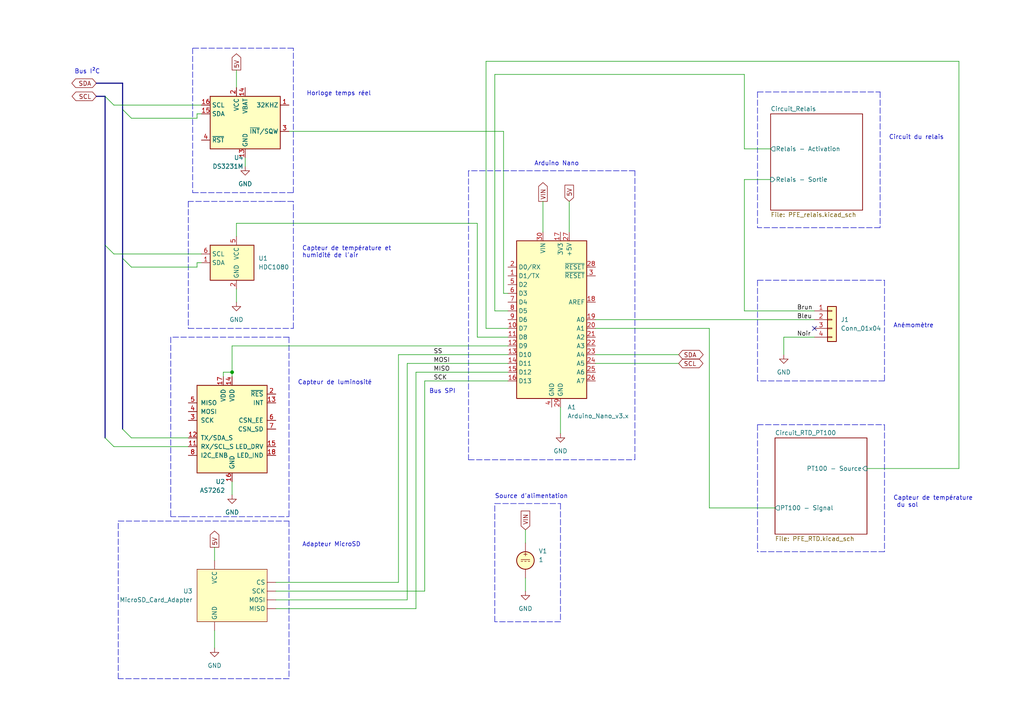
<source format=kicad_sch>
(kicad_sch (version 20211123) (generator eeschema)
  (paper "A4")
  (title_block (title "Station météo - Diagramme de circuit ") (date "2022-04-11") (rev "1.2") (company "ÉTS - PFE HIVER 2022 - ELE795") (comment 1 "NASRI, Mahan") (comment 2 "CASTILLO-GONSALEZ, Eric") (comment 3 "CAUBEL, Olivier") (comment 4 "LAFRAMBOISE, Alexis"))
  (lib_symbols
    (symbol "Connector_Generic:Conn_01x04" (pin_names (offset 1.016) hide)
      (property "Reference" "J" (at 0 5.08 0))
      (property "Value" "Conn_01x04" (at 0 -7.62 0))
      (symbol "Conn_01x04_1_1"
        (rectangle (start -1.27 -4.953) (end 0 -5.207) (stroke (width 0.1524)))
        (rectangle (start -1.27 -2.413) (end 0 -2.667) (stroke (width 0.1524)))
        (rectangle (start -1.27 0.127) (end 0 -0.127) (stroke (width 0.1524)))
        (rectangle (start -1.27 2.667) (end 0 2.413) (stroke (width 0.1524)))
        (rectangle (start -1.27 3.81) (end 1.27 -6.35) (stroke (width 0.254)) (fill (type background)))
        (pin passive line (at -5.08 2.54 0) (length 3.81) (name "Pin_1") (number "1"))
        (pin passive line (at -5.08 0 0) (length 3.81) (name "Pin_2") (number "2"))
        (pin passive line (at -5.08 -2.54 0) (length 3.81) (name "Pin_3") (number "3"))
        (pin passive line (at -5.08 -5.08 0) (length 3.81) (name "Pin_4") (number "4"))
      )
    )
    (symbol "MCU_Module:Arduino_Nano_v3.x"
      (property "Reference" "A" (at -10.16 23.495 0))
      (property "Value" "Arduino_Nano_v3.x" (at 5.08 -24.13 0))
      (symbol "Arduino_Nano_v3.x_0_1"
        (rectangle (start -10.16 22.86) (end 10.16 -22.86) (stroke (width 0.254)) (fill (type background)))
      )
      (symbol "Arduino_Nano_v3.x_1_1"
        (pin bidirectional line (at -12.7 12.7 0) (length 2.54) (name "D1/TX") (number "1"))
        (pin bidirectional line (at -12.7 -2.54 0) (length 2.54) (name "D7") (number "10"))
        (pin bidirectional line (at -12.7 -5.08 0) (length 2.54) (name "D8") (number "11"))
        (pin bidirectional line (at -12.7 -7.62 0) (length 2.54) (name "D9") (number "12"))
        (pin bidirectional line (at -12.7 -10.16 0) (length 2.54) (name "D10") (number "13"))
        (pin bidirectional line (at -12.7 -12.7 0) (length 2.54) (name "D11") (number "14"))
        (pin bidirectional line (at -12.7 -15.24 0) (length 2.54) (name "D12") (number "15"))
        (pin bidirectional line (at -12.7 -17.78 0) (length 2.54) (name "D13") (number "16"))
        (pin power_out line (at 2.54 25.4 270) (length 2.54) (name "3V3") (number "17"))
        (pin input line (at 12.7 5.08 180) (length 2.54) (name "AREF") (number "18"))
        (pin bidirectional line (at 12.7 0 180) (length 2.54) (name "A0") (number "19"))
        (pin bidirectional line (at -12.7 15.24 0) (length 2.54) (name "D0/RX") (number "2"))
        (pin bidirectional line (at 12.7 -2.54 180) (length 2.54) (name "A1") (number "20"))
        (pin bidirectional line (at 12.7 -5.08 180) (length 2.54) (name "A2") (number "21"))
        (pin bidirectional line (at 12.7 -7.62 180) (length 2.54) (name "A3") (number "22"))
        (pin bidirectional line (at 12.7 -10.16 180) (length 2.54) (name "A4") (number "23"))
        (pin bidirectional line (at 12.7 -12.7 180) (length 2.54) (name "A5") (number "24"))
        (pin bidirectional line (at 12.7 -15.24 180) (length 2.54) (name "A6") (number "25"))
        (pin bidirectional line (at 12.7 -17.78 180) (length 2.54) (name "A7") (number "26"))
        (pin power_out line (at 5.08 25.4 270) (length 2.54) (name "+5V") (number "27"))
        (pin input line (at 12.7 15.24 180) (length 2.54) (name "~{RESET}") (number "28"))
        (pin power_in line (at 2.54 -25.4 90) (length 2.54) (name "GND") (number "29"))
        (pin input line (at 12.7 12.7 180) (length 2.54) (name "~{RESET}") (number "3"))
        (pin power_in line (at -2.54 25.4 270) (length 2.54) (name "VIN") (number "30"))
        (pin power_in line (at 0 -25.4 90) (length 2.54) (name "GND") (number "4"))
        (pin bidirectional line (at -12.7 10.16 0) (length 2.54) (name "D2") (number "5"))
        (pin bidirectional line (at -12.7 7.62 0) (length 2.54) (name "D3") (number "6"))
        (pin bidirectional line (at -12.7 5.08 0) (length 2.54) (name "D4") (number "7"))
        (pin bidirectional line (at -12.7 2.54 0) (length 2.54) (name "D5") (number "8"))
        (pin bidirectional line (at -12.7 0 0) (length 2.54) (name "D6") (number "9"))
      )
    )
    (symbol "Sensor_Humidity:HDC1080"
      (property "Reference" "U" (at -6.35 6.35 0))
      (property "Value" "HDC1080" (at 3.81 6.35 0))
      (symbol "HDC1080_0_1"
        (rectangle (start -7.62 5.08) (end 5.08 -5.08) (stroke (width 0.254)) (fill (type background)))
      )
      (symbol "HDC1080_1_1"
        (pin bidirectional line (at 7.62 0 180) (length 2.54) (name "SDA") (number "1"))
        (pin power_in line (at -2.54 -7.62 90) (length 2.54) (name "GND") (number "2"))
        (pin no_connect line (at -7.62 0 0) (length 2.54) hide (name "NC") (number "3"))
        (pin no_connect line (at -7.62 -2.54 0) (length 2.54) hide (name "NC") (number "4"))
        (pin power_in line (at -2.54 7.62 270) (length 2.54) (name "VCC") (number "5"))
        (pin input line (at 7.62 2.54 180) (length 2.54) (name "SCL") (number "6"))
        (pin no_connect line (at -7.62 2.54 0) (length 2.54) hide (name "DAP") (number "7"))
      )
    )
    (symbol "Sensor_Optical:AS7262" (pin_names (offset 1.016))
      (property "Reference" "U" (at -10.16 17.78 0))
      (property "Value" "AS7262" (at -10.16 15.24 0))
      (symbol "AS7262_0_1"
        (rectangle (start -10.16 12.7) (end 10.16 -12.7) (stroke (width 0.254)) (fill (type background)))
      )
      (symbol "AS7262_1_1"
        (pin no_connect line (at 12.7 10.16 180) (length 2.54) hide (name "NF") (number "1"))
        (pin no_connect line (at -12.7 5.08 0) (length 2.54) hide (name "NF") (number "10"))
        (pin input line (at 12.7 -5.08 180) (length 2.54) (name "RX/SCL_S") (number "11"))
        (pin bidirectional line (at 12.7 -2.54 180) (length 2.54) (name "TX/SDA_S") (number "12"))
        (pin input line (at -12.7 7.62 0) (length 2.54) (name "INT") (number "13"))
        (pin power_in line (at 0 15.24 270) (length 2.54) (name "VDD") (number "14"))
        (pin output line (at -12.7 -5.08 0) (length 2.54) (name "LED_DRV") (number "15"))
        (pin power_in line (at 0 -15.24 90) (length 2.54) (name "GND") (number "16"))
        (pin power_in line (at 2.54 15.24 270) (length 2.54) (name "VDD") (number "17"))
        (pin output line (at -12.7 -7.62 0) (length 2.54) (name "LED_IND") (number "18"))
        (pin no_connect line (at -12.7 -2.54 0) (length 2.54) hide (name "NF") (number "19"))
        (pin input line (at -12.7 10.16 0) (length 2.54) (name "~{RES}") (number "2"))
        (pin no_connect line (at -12.7 -10.16 0) (length 2.54) hide (name "NF") (number "20"))
        (pin input line (at 12.7 2.54 180) (length 2.54) (name "SCK") (number "3"))
        (pin bidirectional line (at 12.7 5.08 180) (length 2.54) (name "MOSI") (number "4"))
        (pin bidirectional line (at 12.7 7.62 180) (length 2.54) (name "MISO") (number "5"))
        (pin input line (at -12.7 2.54 0) (length 2.54) (name "CSN_EE") (number "6"))
        (pin input line (at -12.7 0 0) (length 2.54) (name "CSN_SD") (number "7"))
        (pin input line (at 12.7 -7.62 180) (length 2.54) (name "I2C_ENB") (number "8"))
        (pin no_connect line (at 12.7 -10.16 180) (length 2.54) hide (name "NF") (number "9"))
      )
    )
    (symbol "Simulation_SPICE:VDC" (pin_numbers hide) (pin_names (offset 0.0254))
      (property "Reference" "V" (at 2.54 2.54 0))
      (property "Value" "VDC" (at 2.54 0 0))
      (property "Spice_Model" "dc(1)" (at 2.54 -2.54 0))
      (symbol "VDC_0_0"
        (polyline (pts (xy -1.27 0.254) (xy 1.27 0.254)))
        (polyline (pts (xy -0.762 -0.254) (xy -1.27 -0.254)))
        (polyline (pts (xy 0.254 -0.254) (xy -0.254 -0.254)))
        (polyline (pts (xy 1.27 -0.254) (xy 0.762 -0.254)))
        (text "+" (at 0 1.905 0) (effects (font (size 1.27 1.27))))
      )
      (symbol "VDC_0_1"
        (circle (center 0 0) (radius 2.54) (stroke (width 0.254)) (fill (type background)))
      )
      (symbol "VDC_1_1"
        (pin passive line (at 0 5.08 270) (length 2.54) (name "~") (number "1"))
        (pin passive line (at 0 -5.08 90) (length 2.54) (name "~") (number "2"))
      )
    )
    (symbol "Timer_RTC:DS3231M"
      (property "Reference" "U" (at -7.62 8.89 0))
      (property "Value" "DS3231M" (at 10.16 8.89 0))
      (symbol "DS3231M_0_1"
        (rectangle (start -10.16 7.62) (end 10.16 -7.62) (stroke (width 0.254)) (fill (type background)))
      )
      (symbol "DS3231M_1_1"
        (pin open_collector line (at 12.7 5.08 180) (length 2.54) (name "32KHZ") (number "1"))
        (pin passive line (at 0 -10.16 90) (length 2.54) hide (name "GND") (number "10"))
        (pin passive line (at 0 -10.16 90) (length 2.54) hide (name "GND") (number "11"))
        (pin passive line (at 0 -10.16 90) (length 2.54) hide (name "GND") (number "12"))
        (pin power_in line (at 0 -10.16 90) (length 2.54) (name "GND") (number "13"))
        (pin power_in line (at 0 10.16 270) (length 2.54) (name "VBAT") (number "14"))
        (pin bidirectional line (at -12.7 2.54 0) (length 2.54) (name "SDA") (number "15"))
        (pin input line (at -12.7 5.08 0) (length 2.54) (name "SCL") (number "16"))
        (pin power_in line (at -2.54 10.16 270) (length 2.54) (name "VCC") (number "2"))
        (pin open_collector line (at 12.7 -2.54 180) (length 2.54) (name "~{INT}/SQW") (number "3"))
        (pin bidirectional line (at -12.7 -5.08 0) (length 2.54) (name "~{RST}") (number "4"))
        (pin passive line (at 0 -10.16 90) (length 2.54) hide (name "GND") (number "5"))
        (pin passive line (at 0 -10.16 90) (length 2.54) hide (name "GND") (number "6"))
        (pin passive line (at 0 -10.16 90) (length 2.54) hide (name "GND") (number "7"))
        (pin passive line (at 0 -10.16 90) (length 2.54) hide (name "GND") (number "8"))
        (pin passive line (at 0 -10.16 90) (length 2.54) hide (name "GND") (number "9"))
      )
    )
    (symbol "custom_library_eric:MicroSD_Card_Adapter"
      (property "Reference" "U" (at -2.54 11.43 0))
      (property "Value" "MicroSD_Card_Adapter" (at 7.62 8.89 0))
      (symbol "MicroSD_Card_Adapter_0_1"
        (rectangle (start -10.16 7.62) (end 10.16 -7.62) (fill (type background)))
      )
      (symbol "MicroSD_Card_Adapter_1_1"
        (pin input line (at 12.7 3.81 180) (length 2.54) (name "CS") (number ""))
        (pin power_in line (at -5.08 -10.16 90) (length 2.54) (name "GND") (number ""))
        (pin bidirectional line (at 12.7 -3.81 180) (length 2.54) (name "MISO") (number ""))
        (pin bidirectional line (at 12.7 -1.27 180) (length 2.54) (name "MOSI") (number ""))
        (pin input line (at 12.7 1.27 180) (length 2.54) (name "SCK") (number ""))
        (pin power_in line (at -5.08 10.16 270) (length 2.54) (name "VCC") (number ""))
      )
    )
    (symbol "power:GND" (power) (pin_names (offset 0))
      (property "Value" "GND" (at 0 -3.81 0))
      (symbol "GND_0_1"
        (polyline (pts (xy 0 0) (xy 0 -1.27) (xy 1.27 -1.27) (xy 0 -2.54) (xy -1.27 -1.27) (xy 0 -1.27)))
      )
      (symbol "GND_1_1"
        (pin power_in line (at 0 0 270) (length 0) hide (name "GND") (number "1"))
      )
    )
  )
  (junction (at 67.31 107.95))
  (no_connect (at 236.22 95.25))
  (bus_entry (at 33.02 73.66) (size -2.54 -2.54))
  (bus_entry (at 30.48 27.94) (size 2.54 2.54))
  (bus_entry (at 35.56 31.75) (size 2.54 2.54))
  (bus_entry (at 30.48 127) (size 2.54 2.54))
  (bus_entry (at 38.1 77.47) (size -2.54 -2.54))
  (bus_entry (at 35.56 124.46) (size 2.54 2.54))
  (bus (pts (xy 30.48 27.94) (xy 27.94 27.94)))
  (wire (pts (xy 80.01 171.45) (xy 123.19 171.45)))
  (wire (pts (xy 140.97 17.78) (xy 140.97 95.25)))
  (polyline (pts (xy 54.61 95.25) (xy 85.09 95.25)))
  (polyline (pts (xy 143.51 146.05) (xy 162.56 146.05)))
  (polyline (pts (xy 255.27 66.04) (xy 219.71 66.04)))
  (wire (pts (xy 57.15 34.29) (xy 38.1 34.29)))
  (wire (pts (xy 68.58 64.77) (xy 68.58 68.58)))
  (polyline (pts (xy 83.82 97.79) (xy 49.53 97.79)))
  (polyline (pts (xy 256.54 110.49) (xy 219.71 110.49)))
  (polyline (pts (xy 256.54 123.19) (xy 256.54 160.02)))
  (bus (pts (xy 27.94 24.13) (xy 35.56 24.13)))
  (polyline (pts (xy 34.29 196.85) (xy 34.29 151.13)))
  (polyline (pts (xy 135.89 133.35) (xy 184.15 133.35)))
  (wire (pts (xy 33.02 30.48) (xy 58.42 30.48)))
  (wire (pts (xy 215.9 90.17) (xy 236.22 90.17)))
  (wire (pts (xy 57.15 76.2) (xy 57.15 77.47)))
  (bus (pts (xy 35.56 24.13) (xy 35.56 31.75)))
  (wire (pts (xy 146.05 38.1) (xy 83.82 38.1)))
  (polyline (pts (xy 219.71 123.19) (xy 219.71 160.02)))
  (polyline (pts (xy 85.09 55.88) (xy 85.09 13.97)))
  (polyline (pts (xy 34.29 151.13) (xy 83.82 151.13)))
  (wire (pts (xy 215.9 52.07) (xy 215.9 90.17)))
  (wire (pts (xy 68.58 83.82) (xy 68.58 87.63)))
  (wire (pts (xy 138.43 64.77) (xy 68.58 64.77)))
  (wire (pts (xy 215.9 43.18) (xy 223.52 43.18)))
  (wire (pts (xy 146.05 85.09) (xy 146.05 38.1)))
  (wire (pts (xy 67.31 100.33) (xy 147.32 100.33)))
  (wire (pts (xy 118.11 173.99) (xy 80.01 173.99)))
  (wire (pts (xy 143.51 21.59) (xy 143.51 90.17)))
  (wire (pts (xy 118.11 105.41) (xy 118.11 173.99)))
  (bus (pts (xy 35.56 74.93) (xy 35.56 31.75)))
  (wire (pts (xy 157.48 58.42) (xy 157.48 67.31)))
  (polyline (pts (xy 83.82 151.13) (xy 83.82 196.85)))
  (wire (pts (xy 68.58 20.32) (xy 68.58 25.4)))
  (wire (pts (xy 251.46 135.89) (xy 278.13 135.89)))
  (wire (pts (xy 147.32 95.25) (xy 140.97 95.25)))
  (polyline (pts (xy 85.09 95.25) (xy 85.09 58.42)))
  (wire (pts (xy 115.57 102.87) (xy 115.57 168.91)))
  (wire (pts (xy 278.13 17.78) (xy 278.13 135.89)))
  (wire (pts (xy 67.31 107.95) (xy 64.77 107.95)))
  (polyline (pts (xy 83.82 97.79) (xy 83.82 149.86)))
  (wire (pts (xy 152.4 167.64) (xy 152.4 171.45)))
  (polyline (pts (xy 85.09 58.42) (xy 81.28 58.42)))
  (wire (pts (xy 172.72 92.71) (xy 236.22 92.71)))
  (polyline (pts (xy 219.71 81.28) (xy 219.71 110.49)))
  (wire (pts (xy 146.05 85.09) (xy 147.32 85.09)))
  (polyline (pts (xy 184.15 133.35) (xy 184.15 49.53)))
  (polyline (pts (xy 81.28 58.42) (xy 54.61 58.42)))
  (wire (pts (xy 162.56 118.11) (xy 162.56 125.73)))
  (wire (pts (xy 57.15 33.02) (xy 57.15 34.29)))
  (wire (pts (xy 57.15 77.47) (xy 38.1 77.47)))
  (wire (pts (xy 67.31 139.7) (xy 67.31 143.51)))
  (polyline (pts (xy 219.71 26.67) (xy 219.71 66.04)))
  (wire (pts (xy 115.57 168.91) (xy 80.01 168.91)))
  (polyline (pts (xy 184.15 49.53) (xy 135.89 49.53)))
  (wire (pts (xy 165.1 58.42) (xy 165.1 67.31)))
  (polyline (pts (xy 54.61 58.42) (xy 54.61 95.25)))
  (polyline (pts (xy 162.56 146.05) (xy 162.56 180.34)))
  (wire (pts (xy 64.77 107.95) (xy 64.77 109.22)))
  (polyline (pts (xy 53.34 149.86) (xy 49.53 149.86)))
  (wire (pts (xy 138.43 97.79) (xy 147.32 97.79)))
  (polyline (pts (xy 219.71 123.19) (xy 256.54 123.19)))
  (wire (pts (xy 58.42 76.2) (xy 57.15 76.2)))
  (wire (pts (xy 67.31 100.33) (xy 67.31 107.95)))
  (polyline (pts (xy 135.89 49.53) (xy 135.89 133.35)))
  (polyline (pts (xy 53.34 149.86) (xy 83.82 149.86)))
  (wire (pts (xy 223.52 52.07) (xy 215.9 52.07)))
  (wire (pts (xy 215.9 21.59) (xy 143.51 21.59)))
  (bus (pts (xy 30.48 127) (xy 30.48 71.12)))
  (bus (pts (xy 35.56 74.93) (xy 35.56 124.46)))
  (polyline (pts (xy 55.88 13.97) (xy 55.88 55.88)))
  (wire (pts (xy 58.42 33.02) (xy 57.15 33.02)))
  (polyline (pts (xy 256.54 81.28) (xy 256.54 110.49)))
  (wire (pts (xy 71.12 45.72) (xy 71.12 48.26)))
  (wire (pts (xy 172.72 102.87) (xy 196.85 102.87)))
  (wire (pts (xy 120.65 176.53) (xy 80.01 176.53)))
  (wire (pts (xy 62.23 182.88) (xy 62.23 187.96)))
  (wire (pts (xy 123.19 110.49) (xy 123.19 171.45)))
  (polyline (pts (xy 219.71 81.28) (xy 256.54 81.28)))
  (wire (pts (xy 67.31 107.95) (xy 67.31 109.22)))
  (wire (pts (xy 118.11 105.41) (xy 147.32 105.41)))
  (polyline (pts (xy 219.71 26.67) (xy 255.27 26.67)))
  (wire (pts (xy 152.4 153.67) (xy 152.4 157.48)))
  (wire (pts (xy 205.74 95.25) (xy 205.74 147.32)))
  (wire (pts (xy 227.33 102.87) (xy 227.33 97.79)))
  (bus (pts (xy 30.48 71.12) (xy 30.48 27.94)))
  (wire (pts (xy 227.33 97.79) (xy 236.22 97.79)))
  (wire (pts (xy 33.02 129.54) (xy 54.61 129.54)))
  (polyline (pts (xy 85.09 13.97) (xy 55.88 13.97)))
  (wire (pts (xy 172.72 95.25) (xy 205.74 95.25)))
  (polyline (pts (xy 162.56 180.34) (xy 143.51 180.34)))
  (wire (pts (xy 123.19 110.49) (xy 147.32 110.49)))
  (wire (pts (xy 215.9 43.18) (xy 215.9 21.59)))
  (polyline (pts (xy 143.51 180.34) (xy 143.51 146.05)))
  (wire (pts (xy 224.79 147.32) (xy 205.74 147.32)))
  (wire (pts (xy 62.23 158.75) (xy 62.23 162.56)))
  (wire (pts (xy 38.1 127) (xy 54.61 127)))
  (polyline (pts (xy 255.27 26.67) (xy 255.27 66.04)))
  (polyline (pts (xy 55.88 55.88) (xy 85.09 55.88)))
  (wire (pts (xy 143.51 90.17) (xy 147.32 90.17)))
  (wire (pts (xy 120.65 107.95) (xy 147.32 107.95)))
  (wire (pts (xy 33.02 73.66) (xy 58.42 73.66)))
  (wire (pts (xy 115.57 102.87) (xy 147.32 102.87)))
  (polyline (pts (xy 49.53 97.79) (xy 49.53 149.86)))
  (wire (pts (xy 138.43 97.79) (xy 138.43 64.77)))
  (polyline (pts (xy 256.54 160.02) (xy 219.71 160.02)))
  (wire (pts (xy 120.65 107.95) (xy 120.65 176.53)))
  (polyline (pts (xy 83.82 196.85) (xy 34.29 196.85)))
  (wire (pts (xy 278.13 17.78) (xy 140.97 17.78)))
  (wire (pts (xy 172.72 105.41) (xy 196.85 105.41)))
  (text "Anémomètre" (at 259.08 95.25 0) (effects (font (size 1.27 1.27)) (justify left bottom)))
  (text "Circuit du relais" (at 257.81 40.64 0) (effects (font (size 1.27 1.27)) (justify left bottom)))
  (text "Capteur de température\n du sol" (at 259.08 147.32 0) (effects (font (size 1.27 1.27)) (justify left bottom)))
  (text "Horloge temps réel" (at 88.9 27.94 0) (effects (font (size 1.27 1.27)) (justify left bottom)))
  (text "Bus I²C" (at 21.59 21.59 0) (effects (font (size 1.27 1.27)) (justify left bottom)))
  (text "Capteur de température et\nhumidité de l'air" (at 87.63 74.93 0) (effects (font (size 1.27 1.27)) (justify left bottom)))
  (text "Arduino Nano" (at 154.94 48.26 0) (effects (font (size 1.27 1.27)) (justify left bottom)))
  (text "Capteur de luminosité" (at 86.36 111.76 0) (effects (font (size 1.27 1.27)) (justify left bottom)))
  (text "Adapteur MicroSD" (at 87.63 158.75 0) (effects (font (size 1.27 1.27)) (justify left bottom)))
  (text "Source d'alimentation" (at 143.51 144.78 0) (effects (font (size 1.27 1.27)) (justify left bottom)))
  (text "Bus SPI" (at 124.46 114.3 0) (effects (font (size 1.27 1.27)) (justify left bottom)))
  (label "MISO" (at 125.73 107.95 0))
  (label "MOSI" (at 125.73 105.41 0))
  (label "Noir" (at 231.14 97.79 0))
  (label "Brun" (at 231.14 90.17 0))
  (label "Bleu" (at 231.14 92.71 0))
  (label "SCK" (at 125.73 110.49 0))
  (label "SS" (at 125.73 102.87 0))
  (global_label "SCL" (shape bidirectional) (at 196.85 105.41 0) (property "Intersheet References" "${INTERSHEET_REFS}" (effects hide)))
  (global_label "SDA" (shape bidirectional) (at 196.85 102.87 0) (property "Intersheet References" "${INTERSHEET_REFS}" (effects hide)))
  (global_label "5V" (shape output) (at 68.58 20.32 90) (property "Intersheet References" "${INTERSHEET_REFS}" (effects hide)))
  (global_label "SDA" (shape bidirectional) (at 27.94 24.13 180) (property "Intersheet References" "${INTERSHEET_REFS}" (effects hide)))
  (global_label "5V" (shape input) (at 165.1 58.42 90) (property "Intersheet References" "${INTERSHEET_REFS}" (effects hide)))
  (global_label "SCL" (shape bidirectional) (at 27.94 27.94 180) (property "Intersheet References" "${INTERSHEET_REFS}" (effects hide)))
  (global_label "5V" (shape output) (at 62.23 158.75 90) (property "Intersheet References" "${INTERSHEET_REFS}" (effects hide)))
  (global_label "VIN" (shape input) (at 152.4 153.67 90) (property "Intersheet References" "${INTERSHEET_REFS}" (effects hide)))
  (global_label "VIN" (shape output) (at 157.48 58.42 90) (property "Intersheet References" "${INTERSHEET_REFS}" (effects hide)))
  (symbol (lib_id "Sensor_Optical:AS7262") (at 67.31 124.46 0) (mirror y) (unit 1)
    (property "Reference" "U2" (at 65.2906 139.7 0) (effects (justify left)))
    (property "Value" "AS7262" (at 65.2906 142.24 0) (effects (justify left)))
    (property "Footprint" "Package_LGA:AMS_LGA-20_4.7x4.5mm_P0.65mm" (effects hide))
    (property "Datasheet" "http://ams.com/eng/content/download/976551/2309439/498718" (effects hide))
  )
  (symbol (lib_id "MCU_Module:Arduino_Nano_v3.x") (at 160.02 92.71 0) (unit 1)
    (property "Reference" "A1" (at 164.5794 118.11 0) (effects (justify left)))
    (property "Value" "Arduino_Nano_v3.x" (at 164.5794 120.65 0) (effects (justify left)))
    (property "Footprint" "Module:Arduino_Nano" (effects hide))
    (property "Datasheet" "http://www.mouser.com/pdfdocs/Gravitech_Arduino_Nano3_0.pdf" (effects hide))
  )
  (symbol (lib_id "custom_library_eric:MicroSD_Card_Adapter") (at 67.31 172.72 0) (unit 1)
    (property "Reference" "U3" (at 55.88 171.4499 0) (effects (justify right)))
    (property "Value" "MicroSD_Card_Adapter" (at 55.88 173.9899 0) (effects (justify right)))
  )
  (symbol (lib_id "Timer_RTC:DS3231M") (at 71.12 35.56 0) (unit 1)
    (property "Reference" "U4" (at 70.5994 45.72 0) (effects (justify right)))
    (property "Value" "DS3231M" (at 70.5994 48.26 0) (effects (justify right)))
    (property "Footprint" "Package_SO:SOIC-16W_7.5x10.3mm_P1.27mm" (effects hide))
    (property "Datasheet" "http://datasheets.maximintegrated.com/en/ds/DS3231.pdf" (effects hide))
  )
  (symbol (lib_id "power:GND") (at 162.56 125.73 0) (unit 1)
    (property "Reference" "#PWR06" (effects hide))
    (property "Value" "GND" (at 162.56 130.81 0))
  )
  (symbol (lib_id "power:GND") (at 152.4 171.45 0) (unit 1)
    (property "Reference" "#PWR05" (effects hide))
    (property "Value" "GND" (at 152.4 176.53 0))
  )
  (symbol (lib_id "power:GND") (at 62.23 187.96 0) (unit 1)
    (property "Reference" "#PWR01" (effects hide))
    (property "Value" "GND" (at 62.23 193.04 0))
  )
  (symbol (lib_id "Connector_Generic:Conn_01x04") (at 241.3 92.71 0) (unit 1)
    (property "Reference" "J1" (at 243.84 92.7099 0) (effects (justify left)))
    (property "Value" "Conn_01x04" (at 243.84 95.2499 0) (effects (justify left)))
  )
  (symbol (lib_id "power:GND") (at 71.12 48.26 0) (mirror y) (unit 1)
    (property "Reference" "#PWR04" (effects hide))
    (property "Value" "GND" (at 71.12 53.34 0))
  )
  (symbol (lib_id "Simulation_SPICE:VDC") (at 152.4 162.56 0) (unit 1)
    (property "Reference" "V1" (at 156.21 159.8301 0) (effects (justify left)))
    (property "Value" "9v" (at 156.21 162.3701 0) (effects (justify left)))
    (property "Spice_Netlist_Enabled" "Y" (effects hide))
    (property "Spice_Primitive" "V" (effects hide))
    (property "Spice_Model" "dc(1)" (at 156.21 164.9101 0) (effects (justify left)))
  )
  (symbol (lib_id "power:GND") (at 67.31 143.51 0) (mirror y) (unit 1)
    (property "Reference" "#PWR02" (effects hide))
    (property "Value" "GND" (at 67.31 148.59 0))
  )
  (symbol (lib_id "Sensor_Humidity:HDC1080") (at 66.04 76.2 0) (mirror y) (unit 1)
    (property "Reference" "U1" (at 74.93 74.9299 0) (effects (justify right)))
    (property "Value" "HDC1080" (at 74.93 77.4699 0) (effects (justify right)))
    (property "Footprint" "Package_SON:Texas_PWSON-N6" (effects hide))
    (property "Datasheet" "http://www.ti.com/lit/ds/symlink/hdc1080.pdf" (effects hide))
  )
  (symbol (lib_id "power:GND") (at 68.58 87.63 0) (mirror y) (unit 1)
    (property "Reference" "#PWR03" (effects hide))
    (property "Value" "GND" (at 68.58 92.71 0))
  )
  (symbol (lib_id "power:GND") (at 227.33 102.87 0) (unit 1)
    (property "Reference" "#PWR07" (effects hide))
    (property "Value" "GND" (at 227.33 107.95 0))
  )
  (sheet (at 224.79 127) (size 26.67 27.94) (stroke (width 0.1524))
    (property "Sheet name" "Circuit_RTD_PT100" (at 224.79 126.2884 0) (effects (justify left bottom)))
    (property "Sheet file" "PFE_RTD.kicad_sch" (at 224.79 155.5246 0) (effects (justify left top)))
    (pin "PT100 - Signal" output (at 224.79 147.32 180))
    (pin "PT100 - Source" input (at 251.46 135.89 0))
  )
  (sheet (at 223.52 33.02) (size 26.67 27.94) (stroke (width 0.1524))
    (property "Sheet name" "Circuit_Relais" (at 223.52 32.3084 0) (effects (justify left bottom)))
    (property "Sheet file" "PFE_relais.kicad_sch" (at 223.52 61.5446 0) (effects (justify left top)))
    (pin "Relais - Sortie" input (at 223.52 52.07 180))
    (pin "Relais - Activation" output (at 223.52 43.18 180))
  )
)
</source>
